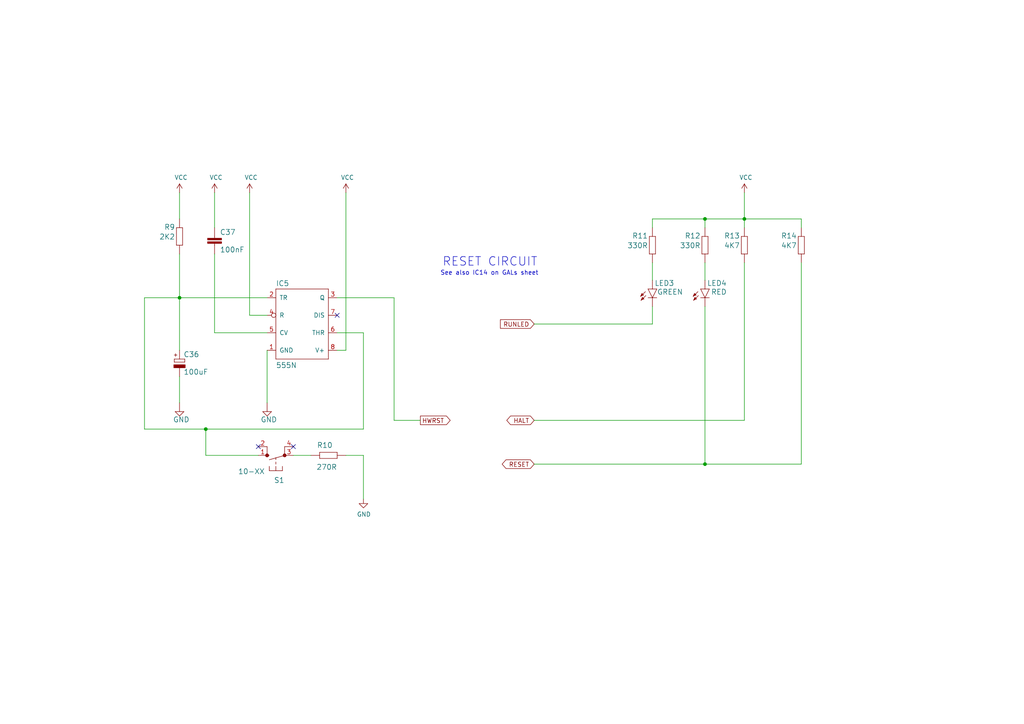
<source format=kicad_sch>
(kicad_sch (version 20230121) (generator eeschema)
  (paper "A4")
  (title_block (title "ROSCO_M68K MC68030 MINI EDITION") (date "2024-02-04") (rev "0") (company "The Really Old-School Company Limited") (comment 2 "See https://github.com/roscopeco/rosco_m68k/blob/master/LICENCE.hardware.txt") (comment 3 "Open Source Hardware licenced under CERN Open Hardware Licence") (comment 4 "Copyright 2024 Ross Bamford and Contributors"))
  (lib_symbols
    (symbol "power:GND" (power) (pin_names (offset 0))
      (property "Value" "GND" (at 0 -3.81 0))
      (symbol "GND_0_1"
        (polyline (pts (xy 0 0) (xy 0 -1.27) (xy 1.27 -1.27) (xy 0 -2.54) (xy -1.27 -1.27) (xy 0 -1.27)))
      )
      (symbol "GND_1_1"
        (pin power_in line (at 0 0 270) (length 0) hide (name "GND") (number "1"))
      )
    )
    (symbol "power:VCC" (power) (pin_names (offset 0))
      (property "Value" "VCC" (at 0 3.81 0))
      (symbol "VCC_0_1"
        (polyline (pts (xy -0.762 1.27) (xy 0 2.54)))
        (polyline (pts (xy 0 0) (xy 0 2.54)))
        (polyline (pts (xy 0 2.54) (xy 0.762 1.27)))
      )
      (symbol "VCC_1_1"
        (pin power_in line (at 0 0 90) (length 0) hide (name "VCC") (number "1"))
      )
    )
    (symbol "rosco_m68k-eagle-import:10-XX" (pin_names (offset 1.016))
      (property "Reference" "S" (at -6.35 -2.54 90))
      (property "Value" "10-XX" (at -3.81 3.175 90))
      (symbol "10-XX_1_0"
        (circle (center 0 -2.54) (radius 0.127) (stroke (width 0.4064)))
        (polyline (pts (xy -4.445 -1.905) (xy -3.175 -1.905)))
        (polyline (pts (xy -4.445 0) (xy -4.445 -1.905)))
        (polyline (pts (xy -4.445 0) (xy -3.175 0)))
        (polyline (pts (xy -4.445 1.905) (xy -4.445 0)))
        (polyline (pts (xy -4.445 1.905) (xy -3.175 1.905)))
        (polyline (pts (xy -2.54 0) (xy -1.905 0)))
        (polyline (pts (xy -1.27 0) (xy -0.635 0)))
        (polyline (pts (xy 0 -2.54) (xy -1.27 1.905)))
        (polyline (pts (xy 0 1.905) (xy 0 2.54)))
        (polyline (pts (xy 2.54 -2.54) (xy 0 -2.54)))
        (polyline (pts (xy 2.54 2.54) (xy 0 2.54)))
        (circle (center 0 2.54) (radius 0.127) (stroke (width 0.4064)))
        (pin passive line (at 0 5.08 270) (length 2.54) (name "S") (number "1"))
        (pin passive line (at 2.54 5.08 270) (length 2.54) (name "S1") (number "2"))
        (pin passive line (at 0 -5.08 90) (length 2.54) (name "P") (number "3"))
        (pin passive line (at 2.54 -5.08 90) (length 2.54) (name "P1") (number "4"))
      )
    )
    (symbol "rosco_m68k-eagle-import:555N" (pin_names (offset 1.016))
      (property "Reference" "IC" (at -7.62 10.922 0))
      (property "Value" "555N" (at -7.62 -12.827 0))
      (symbol "555N_1_0"
        (polyline (pts (xy -7.62 -10.16) (xy 7.62 -10.16)))
        (polyline (pts (xy -7.62 10.16) (xy -7.62 -10.16)))
        (polyline (pts (xy 7.62 -10.16) (xy 7.62 10.16)))
        (polyline (pts (xy 7.62 10.16) (xy -7.62 10.16)))
        (pin power_in line (at -10.16 -7.62 0) (length 2.54) (name "GND") (number "1"))
        (pin input line (at -10.16 7.62 0) (length 2.54) (name "TR") (number "2"))
        (pin output line (at 10.16 7.62 180) (length 2.54) (name "Q") (number "3"))
        (pin input inverted (at -10.16 2.54 0) (length 2.54) (name "R") (number "4"))
        (pin input line (at -10.16 -2.54 0) (length 2.54) (name "CV") (number "5"))
        (pin input line (at 10.16 -2.54 180) (length 2.54) (name "THR") (number "6"))
        (pin input line (at 10.16 2.54 180) (length 2.54) (name "DIS") (number "7"))
        (pin power_in line (at 10.16 -7.62 180) (length 2.54) (name "V+") (number "8"))
      )
    )
    (symbol "rosco_m68k-eagle-import:C2,5-3" (pin_names (offset 1.016))
      (property "Reference" "C" (at 1.524 0.381 0))
      (property "Value" "C2,5-3" (at 1.524 -4.699 0))
      (symbol "C2,5-3_1_0"
        (rectangle (start -2.032 -2.032) (end 2.032 -1.524) (fill (type outline)))
        (rectangle (start -2.032 -1.016) (end 2.032 -0.508) (fill (type outline)))
        (polyline (pts (xy 0 -2.54) (xy 0 -2.032)))
        (polyline (pts (xy 0 0) (xy 0 -0.508)))
        (pin passive line (at 0 2.54 270) (length 2.54) (name "1") (number "1"))
        (pin passive line (at 0 -5.08 90) (length 2.54) (name "2") (number "2"))
      )
    )
    (symbol "rosco_m68k-eagle-import:CPOL-EUE2.5-5" (pin_names (offset 1.016))
      (property "Reference" "C" (at 1.143 0.4826 0))
      (property "Value" "CPOL-EUE2.5-5" (at 1.143 -4.5974 0))
      (symbol "CPOL-EUE2.5-5_1_0"
        (rectangle (start -1.651 -2.54) (end 1.651 -1.651) (fill (type outline)))
        (polyline (pts (xy -1.524 -0.889) (xy 1.524 -0.889)))
        (polyline (pts (xy -1.524 0) (xy -1.524 -0.889)))
        (polyline (pts (xy -1.524 0) (xy 1.524 0)))
        (polyline (pts (xy 1.524 -0.889) (xy 1.524 0)))
        (text "+" (at -0.5842 0.4064 900) (effects (font (size 1.0668 1.0668)) (justify left bottom)))
        (pin passive line (at 0 2.54 270) (length 2.54) (name "+") (number "+"))
        (pin passive line (at 0 -5.08 90) (length 2.54) (name "-") (number "-"))
      )
    )
    (symbol "rosco_m68k-eagle-import:GND" (power) (pin_names (offset 1.016))
      (property "Value" "GND" (at -1.905 -3.175 0))
      (symbol "GND_1_0"
        (polyline (pts (xy -1.27 0) (xy 1.27 0)))
        (polyline (pts (xy 0 -1.27) (xy -1.27 0)))
        (polyline (pts (xy 1.27 0) (xy 0 -1.27)))
        (pin power_in line (at 0 2.54 270) (length 2.54) (name "GND") (number "1"))
      )
    )
    (symbol "rosco_m68k-eagle-import:LED5MM" (pin_names (offset 1.016))
      (property "Reference" "LED" (at 3.556 -4.572 90))
      (property "Value" "LED5MM" (at 5.715 -4.572 90))
      (symbol "LED5MM_1_0"
        (polyline (pts (xy -2.032 -0.762) (xy -3.429 -2.159)))
        (polyline (pts (xy -1.905 -1.905) (xy -3.302 -3.302)))
        (polyline (pts (xy 0 -2.54) (xy -1.27 -2.54)))
        (polyline (pts (xy 0 -2.54) (xy -1.27 0)))
        (polyline (pts (xy 0 0) (xy -1.27 0)))
        (polyline (pts (xy 1.27 -2.54) (xy 0 -2.54)))
        (polyline (pts (xy 1.27 0) (xy 0 -2.54)))
        (polyline (pts (xy 1.27 0) (xy 0 0)))
        (polyline (pts (xy -3.429 -2.159) (xy -3.048 -1.27) (xy -2.54 -1.778)) (fill (type outline)))
        (polyline (pts (xy -3.302 -3.302) (xy -2.921 -2.413) (xy -2.413 -2.921)) (fill (type outline)))
        (pin passive line (at 0 2.54 270) (length 2.54) (name "A") (number "A"))
        (pin passive line (at 0 -5.08 90) (length 2.54) (name "C") (number "K"))
      )
    )
    (symbol "rosco_m68k-eagle-import:R-EU_0207_10" (pin_names (offset 1.016))
      (property "Reference" "R" (at -3.81 1.4986 0))
      (property "Value" "R-EU_0207_10" (at -3.81 -3.302 0))
      (symbol "R-EU_0207_10_1_0"
        (polyline (pts (xy -2.54 -0.889) (xy -2.54 0.889)))
        (polyline (pts (xy -2.54 -0.889) (xy 2.54 -0.889)))
        (polyline (pts (xy 2.54 -0.889) (xy 2.54 0.889)))
        (polyline (pts (xy 2.54 0.889) (xy -2.54 0.889)))
        (pin passive line (at -5.08 0 0) (length 2.54) (name "1") (number "1"))
        (pin passive line (at 5.08 0 180) (length 2.54) (name "2") (number "2"))
      )
    )
  )
  (junction (at 215.9 63.5))
  (junction (at 59.69 124.46))
  (junction (at 204.47 134.62))
  (junction (at 204.47 63.5))
  (junction (at 52.07 86.36))
  (no_connect (at 85.09 129.54))
  (no_connect (at 74.93 129.54))
  (no_connect (at 97.79 91.44))
  (wire (pts (xy 204.47 66.04) (xy 204.47 63.5)))
  (wire (pts (xy 215.9 63.5) (xy 215.9 66.04)))
  (wire (pts (xy 62.23 96.52) (xy 77.47 96.52)))
  (wire (pts (xy 204.47 88.9) (xy 204.47 134.62)))
  (wire (pts (xy 114.3 121.92) (xy 121.92 121.92)))
  (wire (pts (xy 62.23 55.88) (xy 62.23 66.04)))
  (wire (pts (xy 105.41 96.52) (xy 105.41 124.46)))
  (wire (pts (xy 204.47 134.62) (xy 232.41 134.62)))
  (wire (pts (xy 189.23 63.5) (xy 204.47 63.5)))
  (wire (pts (xy 189.23 81.28) (xy 189.23 76.2)))
  (wire (pts (xy 72.39 55.88) (xy 72.39 91.44)))
  (wire (pts (xy 232.41 76.2) (xy 232.41 134.62)))
  (wire (pts (xy 59.69 132.08) (xy 59.69 124.46)))
  (wire (pts (xy 232.41 66.04) (xy 232.41 63.5)))
  (wire (pts (xy 204.47 63.5) (xy 215.9 63.5)))
  (wire (pts (xy 215.9 55.88) (xy 215.9 63.5)))
  (wire (pts (xy 52.07 86.36) (xy 52.07 101.6)))
  (wire (pts (xy 105.41 132.08) (xy 105.41 144.78)))
  (wire (pts (xy 105.41 124.46) (xy 59.69 124.46)))
  (wire (pts (xy 41.91 124.46) (xy 41.91 86.36)))
  (wire (pts (xy 72.39 91.44) (xy 77.47 91.44)))
  (wire (pts (xy 154.94 134.62) (xy 204.47 134.62)))
  (wire (pts (xy 97.79 96.52) (xy 105.41 96.52)))
  (wire (pts (xy 154.94 93.98) (xy 189.23 93.98)))
  (wire (pts (xy 154.94 121.92) (xy 215.9 121.92)))
  (wire (pts (xy 100.33 55.88) (xy 100.33 101.6)))
  (wire (pts (xy 114.3 86.36) (xy 114.3 121.92)))
  (wire (pts (xy 189.23 66.04) (xy 189.23 63.5)))
  (wire (pts (xy 52.07 86.36) (xy 41.91 86.36)))
  (wire (pts (xy 77.47 101.6) (xy 77.47 116.84)))
  (wire (pts (xy 77.47 86.36) (xy 52.07 86.36)))
  (wire (pts (xy 52.07 109.22) (xy 52.07 116.84)))
  (wire (pts (xy 97.79 86.36) (xy 114.3 86.36)))
  (wire (pts (xy 52.07 73.66) (xy 52.07 86.36)))
  (wire (pts (xy 85.09 132.08) (xy 90.17 132.08)))
  (wire (pts (xy 62.23 73.66) (xy 62.23 96.52)))
  (wire (pts (xy 59.69 124.46) (xy 41.91 124.46)))
  (wire (pts (xy 215.9 76.2) (xy 215.9 121.92)))
  (wire (pts (xy 204.47 76.2) (xy 204.47 81.28)))
  (wire (pts (xy 189.23 93.98) (xy 189.23 88.9)))
  (wire (pts (xy 52.07 55.88) (xy 52.07 63.5)))
  (wire (pts (xy 215.9 63.5) (xy 232.41 63.5)))
  (wire (pts (xy 97.79 101.6) (xy 100.33 101.6)))
  (wire (pts (xy 100.33 132.08) (xy 105.41 132.08)))
  (wire (pts (xy 59.69 132.08) (xy 74.93 132.08)))
  (text "See also IC14 on GALs sheet" (at 156.21 80.01 0) (effects (font (size 1.27 1.27)) (justify right bottom)))
  (text "RESET CIRCUIT" (at 128.27 77.47 0) (effects (font (size 2.4892 2.4892)) (justify left bottom)))
  (global_label "HWRST" (shape output) (at 121.92 121.92 0) (property "Intersheetrefs" "${INTERSHEET_REFS}" (effects hide)))
  (global_label "RUNLED" (shape input) (at 154.94 93.98 180) (property "Intersheetrefs" "${INTERSHEET_REFS}" (effects hide)))
  (global_label "RESET" (shape tri_state) (at 154.94 134.62 180) (property "Intersheetrefs" "${INTERSHEET_REFS}" (effects hide)))
  (global_label "HALT" (shape tri_state) (at 154.94 121.92 180) (property "Intersheetrefs" "${INTERSHEET_REFS}" (effects hide)))
  (symbol (lib_id "rosco_m68k-eagle-import:555N") (at 87.63 93.98 0) (unit 1)
    (property "Reference" "IC5" (at 80.01 83.058 0) (effects (font (size 1.4986 1.4986)) (justify left bottom)))
    (property "Value" "555N" (at 80.01 106.807 0) (effects (font (size 1.4986 1.4986)) (justify left bottom)))
    (property "Footprint" "Package_DIP:DIP-8_W7.62mm_LongPads" (effects hide))
  )
  (symbol (lib_id "rosco_m68k-eagle-import:R-EU_0207_10") (at 52.07 68.58 90) (unit 1)
    (property "Reference" "R9" (at 50.8 64.9986 90) (effects (font (size 1.4986 1.4986)) (justify left bottom)))
    (property "Value" "2K2" (at 50.8 67.818 90) (effects (font (size 1.4986 1.4986)) (justify left bottom)))
    (property "Footprint" "rosco_m68k:0207_10" (effects hide))
  )
  (symbol (lib_id "rosco_m68k-eagle-import:R-EU_0207_10") (at 95.25 132.08 180) (unit 1)
    (property "Reference" "R10" (at 96.52 128.27 0) (effects (font (size 1.4986 1.4986)) (justify left bottom)))
    (property "Value" "270R" (at 97.79 134.62 0) (effects (font (size 1.4986 1.4986)) (justify left bottom)))
    (property "Footprint" "rosco_m68k:0207_10" (effects hide))
  )
  (symbol (lib_id "rosco_m68k-eagle-import:R-EU_0207_10") (at 204.47 71.12 90) (unit 1)
    (property "Reference" "R12" (at 203.2 67.5386 90) (effects (font (size 1.4986 1.4986)) (justify left bottom)))
    (property "Value" "330R" (at 203.2 70.358 90) (effects (font (size 1.4986 1.4986)) (justify left bottom)))
    (property "Footprint" "rosco_m68k:0207_10" (effects hide))
  )
  (symbol (lib_id "rosco_m68k-eagle-import:R-EU_0207_10") (at 215.9 71.12 90) (unit 1)
    (property "Reference" "R13" (at 214.63 67.5386 90) (effects (font (size 1.4986 1.4986)) (justify left bottom)))
    (property "Value" "4K7" (at 214.63 70.358 90) (effects (font (size 1.4986 1.4986)) (justify left bottom)))
    (property "Footprint" "rosco_m68k:0207_10" (effects hide))
  )
  (symbol (lib_id "rosco_m68k-eagle-import:R-EU_0207_10") (at 232.41 71.12 90) (unit 1)
    (property "Reference" "R14" (at 231.14 67.5386 90) (effects (font (size 1.4986 1.4986)) (justify left bottom)))
    (property "Value" "4K7" (at 231.14 70.358 90) (effects (font (size 1.4986 1.4986)) (justify left bottom)))
    (property "Footprint" "rosco_m68k:0207_10" (effects hide))
  )
  (symbol (lib_id "rosco_m68k-eagle-import:R-EU_0207_10") (at 189.23 71.12 90) (unit 1)
    (property "Reference" "R11" (at 187.96 67.5386 90) (effects (font (size 1.4986 1.4986)) (justify left bottom)))
    (property "Value" "330R" (at 187.96 70.358 90) (effects (font (size 1.4986 1.4986)) (justify left bottom)))
    (property "Footprint" "rosco_m68k:0207_10" (effects hide))
  )
  (symbol (lib_id "rosco_m68k-eagle-import:C2,5-3") (at 62.23 68.58 0) (unit 1)
    (property "Reference" "C37" (at 63.754 68.199 0) (effects (font (size 1.4986 1.4986)) (justify left bottom)))
    (property "Value" "100nF" (at 63.754 73.279 0) (effects (font (size 1.4986 1.4986)) (justify left bottom)))
    (property "Footprint" "rosco_m68k:C2.5-3" (effects hide))
  )
  (symbol (lib_id "rosco_m68k-eagle-import:10-XX") (at 80.01 132.08 90) (unit 1)
    (property "Reference" "S1" (at 82.55 138.43 90) (effects (font (size 1.4986 1.4986)) (justify left bottom)))
    (property "Value" "10-XX" (at 76.835 135.89 90) (effects (font (size 1.4986 1.4986)) (justify left bottom)))
    (property "Footprint" "rosco_m68k:B3F-10XX" (effects hide))
  )
  (symbol (lib_id "rosco_m68k-eagle-import:GND") (at 52.07 119.38 0) (unit 1)
    (property "Reference" "#SUPPLY01" (effects hide))
    (property "Value" "GND" (at 50.165 122.555 0) (effects (font (size 1.4986 1.4986)) (justify left bottom)))
  )
  (symbol (lib_id "rosco_m68k-eagle-import:LED5MM") (at 204.47 83.82 0) (unit 1)
    (property "Reference" "LED4" (at 210.82 81.28 0) (effects (font (size 1.4986 1.4986)) (justify right top)))
    (property "Value" "RED" (at 210.82 83.82 0) (effects (font (size 1.4986 1.4986)) (justify right top)))
    (property "Footprint" "rosco_m68k:LED5MM" (effects hide))
  )
  (symbol (lib_id "rosco_m68k-eagle-import:LED5MM") (at 189.23 83.82 0) (unit 1)
    (property "Reference" "LED3" (at 195.58 81.28 0) (effects (font (size 1.4986 1.4986)) (justify right top)))
    (property "Value" "GREEN" (at 198.12 83.82 0) (effects (font (size 1.4986 1.4986)) (justify right top)))
    (property "Footprint" "rosco_m68k:LED5MM" (effects hide))
  )
  (symbol (lib_id "rosco_m68k-eagle-import:GND") (at 77.47 119.38 0) (unit 1)
    (property "Reference" "#SUPPLY02" (effects hide))
    (property "Value" "GND" (at 75.565 122.555 0) (effects (font (size 1.4986 1.4986)) (justify left bottom)))
  )
  (symbol (lib_id "rosco_m68k-eagle-import:CPOL-EUE2.5-5") (at 52.07 104.14 0) (unit 1)
    (property "Reference" "C36" (at 53.213 103.6574 0) (effects (font (size 1.4986 1.4986)) (justify left bottom)))
    (property "Value" "100uF" (at 53.213 108.7374 0) (effects (font (size 1.4986 1.4986)) (justify left bottom)))
    (property "Footprint" "rosco_m68k:E2,5-5" (effects hide))
  )
  (symbol (lib_id "power:GND") (at 105.41 144.78 0) (unit 1)
    (property "Reference" "#PWR063" (effects hide))
    (property "Value" "GND" (at 105.537 149.1742 0))
  )
  (symbol (lib_id "power:VCC") (at 72.39 55.88 0) (unit 1)
    (property "Reference" "#PWR061" (effects hide))
    (property "Value" "VCC" (at 72.8218 51.4858 0))
  )
  (symbol (lib_id "power:VCC") (at 100.33 55.88 0) (unit 1)
    (property "Reference" "#PWR062" (effects hide))
    (property "Value" "VCC" (at 100.7618 51.4858 0))
  )
  (symbol (lib_id "power:VCC") (at 215.9 55.88 0) (unit 1)
    (property "Reference" "#PWR064" (effects hide))
    (property "Value" "VCC" (at 216.3318 51.4858 0))
  )
  (symbol (lib_id "power:VCC") (at 62.23 55.88 0) (unit 1)
    (property "Reference" "#PWR060" (effects hide))
    (property "Value" "VCC" (at 62.6618 51.4858 0))
  )
  (symbol (lib_id "power:VCC") (at 52.07 55.88 0) (unit 1)
    (property "Reference" "#PWR059" (effects hide))
    (property "Value" "VCC" (at 52.5018 51.4858 0))
  )
)
</source>
